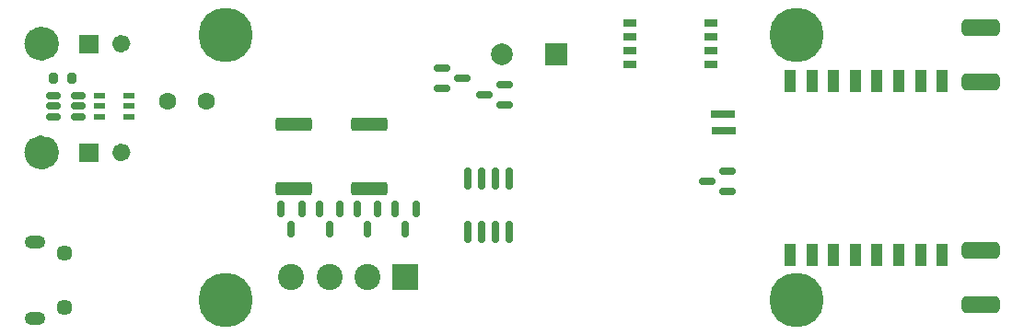
<source format=gbr>
%TF.GenerationSoftware,KiCad,Pcbnew,7.0.8-7.0.8~ubuntu22.04.1*%
%TF.CreationDate,2023-10-29T15:12:20+11:00*%
%TF.ProjectId,Strelka_Flight_Computer,53747265-6c6b-4615-9f46-6c696768745f,2*%
%TF.SameCoordinates,Original*%
%TF.FileFunction,Soldermask,Bot*%
%TF.FilePolarity,Negative*%
%FSLAX46Y46*%
G04 Gerber Fmt 4.6, Leading zero omitted, Abs format (unit mm)*
G04 Created by KiCad (PCBNEW 7.0.8-7.0.8~ubuntu22.04.1) date 2023-10-29 15:12:20*
%MOMM*%
%LPD*%
G01*
G04 APERTURE LIST*
G04 Aperture macros list*
%AMRoundRect*
0 Rectangle with rounded corners*
0 $1 Rounding radius*
0 $2 $3 $4 $5 $6 $7 $8 $9 X,Y pos of 4 corners*
0 Add a 4 corners polygon primitive as box body*
4,1,4,$2,$3,$4,$5,$6,$7,$8,$9,$2,$3,0*
0 Add four circle primitives for the rounded corners*
1,1,$1+$1,$2,$3*
1,1,$1+$1,$4,$5*
1,1,$1+$1,$6,$7*
1,1,$1+$1,$8,$9*
0 Add four rect primitives between the rounded corners*
20,1,$1+$1,$2,$3,$4,$5,0*
20,1,$1+$1,$4,$5,$6,$7,0*
20,1,$1+$1,$6,$7,$8,$9,0*
20,1,$1+$1,$8,$9,$2,$3,0*%
G04 Aperture macros list end*
%ADD10C,0.836200*%
%ADD11C,1.576200*%
%ADD12C,0.010000*%
%ADD13C,5.000000*%
%ADD14C,3.000000*%
%ADD15R,2.000000X2.000000*%
%ADD16C,2.000000*%
%ADD17C,1.600000*%
%ADD18O,1.900000X1.200000*%
%ADD19C,1.450000*%
%ADD20RoundRect,0.381000X1.369000X0.381000X-1.369000X0.381000X-1.369000X-0.381000X1.369000X-0.381000X0*%
%ADD21R,2.400000X2.400000*%
%ADD22C,2.400000*%
%ADD23RoundRect,0.200000X-0.200000X-0.275000X0.200000X-0.275000X0.200000X0.275000X-0.200000X0.275000X0*%
%ADD24RoundRect,0.250000X-1.425000X0.362500X-1.425000X-0.362500X1.425000X-0.362500X1.425000X0.362500X0*%
%ADD25R,1.000000X2.000000*%
%ADD26R,1.003300X0.558800*%
%ADD27RoundRect,0.150000X-0.587500X-0.150000X0.587500X-0.150000X0.587500X0.150000X-0.587500X0.150000X0*%
%ADD28RoundRect,0.150000X-0.150000X0.587500X-0.150000X-0.587500X0.150000X-0.587500X0.150000X0.587500X0*%
%ADD29RoundRect,0.150000X0.587500X0.150000X-0.587500X0.150000X-0.587500X-0.150000X0.587500X-0.150000X0*%
%ADD30R,2.200000X0.650000*%
%ADD31R,2.300000X0.650000*%
%ADD32R,1.250000X0.650000*%
%ADD33RoundRect,0.150000X-0.150000X0.825000X-0.150000X-0.825000X0.150000X-0.825000X0.150000X0.825000X0*%
%ADD34RoundRect,0.150000X0.512500X0.150000X-0.512500X0.150000X-0.512500X-0.150000X0.512500X-0.150000X0*%
G04 APERTURE END LIST*
D10*
%TO.C,J7*%
X108418100Y-52000000D02*
G75*
G03*
X108418100Y-52000000I-418100J0D01*
G01*
D11*
X101468100Y-52000000D02*
G75*
G03*
X101468100Y-52000000I-788100J0D01*
G01*
D12*
X105836200Y-52836200D02*
X104163800Y-52836200D01*
X104163800Y-51163800D01*
X105836200Y-51163800D01*
X105836200Y-52836200D01*
G36*
X105836200Y-52836200D02*
G01*
X104163800Y-52836200D01*
X104163800Y-51163800D01*
X105836200Y-51163800D01*
X105836200Y-52836200D01*
G37*
D10*
%TO.C,SW1*%
X108418100Y-62000000D02*
G75*
G03*
X108418100Y-62000000I-418100J0D01*
G01*
D11*
X101468100Y-62000000D02*
G75*
G03*
X101468100Y-62000000I-788100J0D01*
G01*
D12*
X105836200Y-62836200D02*
X104163800Y-62836200D01*
X104163800Y-61163800D01*
X105836200Y-61163800D01*
X105836200Y-62836200D01*
G36*
X105836200Y-62836200D02*
G01*
X104163800Y-62836200D01*
X104163800Y-61163800D01*
X105836200Y-61163800D01*
X105836200Y-62836200D01*
G37*
%TD*%
D13*
%TO.C,H1*%
X170059602Y-75565795D03*
%TD*%
D14*
%TO.C,J7*%
X100680000Y-52000000D03*
%TD*%
D13*
%TO.C,H3*%
X117609602Y-75565795D03*
%TD*%
D15*
%TO.C,BZ3*%
X148000000Y-53000000D03*
D16*
X143000000Y-53000000D03*
%TD*%
D17*
%TO.C,C41*%
X112300000Y-57300000D03*
X115800000Y-57300000D03*
%TD*%
D13*
%TO.C,H2*%
X117609602Y-51210595D03*
%TD*%
%TO.C,H4*%
X170059602Y-51210595D03*
%TD*%
D18*
%TO.C,J6*%
X100050000Y-70250000D03*
D19*
X102750000Y-71250000D03*
X102750000Y-76250000D03*
D18*
X100050000Y-77250000D03*
%TD*%
D20*
%TO.C,AE2*%
X187028000Y-55500000D03*
X187028000Y-50500000D03*
%TD*%
D21*
%TO.C,J3*%
X134150000Y-73500000D03*
D22*
X130650000Y-73500000D03*
X127150000Y-73500000D03*
X123650000Y-73500000D03*
%TD*%
D20*
%TO.C,AE1*%
X187028000Y-76000000D03*
X187028000Y-71000000D03*
%TD*%
D14*
%TO.C,SW1*%
X100680000Y-62000000D03*
%TD*%
D23*
%TO.C,R1*%
X101786582Y-55210000D03*
X103436582Y-55210000D03*
%TD*%
D24*
%TO.C,R27*%
X123900000Y-59375000D03*
X123900000Y-65300000D03*
%TD*%
D25*
%TO.C,U4*%
X169500000Y-55395695D03*
X171500000Y-55395695D03*
X173500000Y-55395695D03*
X175500000Y-55395695D03*
X177500000Y-55395695D03*
X179500000Y-55395695D03*
X181500000Y-55395695D03*
X183500000Y-55395695D03*
X183500000Y-71395695D03*
X181500000Y-71395695D03*
X179500000Y-71395695D03*
X177500000Y-71395695D03*
X175500000Y-71395695D03*
X173500000Y-71395695D03*
X171500000Y-71395695D03*
X169500000Y-71395695D03*
%TD*%
D26*
%TO.C,MOSFET1*%
X108684132Y-56809999D03*
X108684132Y-57760000D03*
X108684132Y-58710001D03*
X105979032Y-58710001D03*
X105979032Y-57760000D03*
X105979032Y-56809999D03*
%TD*%
D27*
%TO.C,Q17*%
X137487500Y-56125000D03*
X137487500Y-54225000D03*
X139362500Y-55175000D03*
%TD*%
D28*
%TO.C,Q10*%
X133200000Y-67225000D03*
X135100000Y-67225000D03*
X134150000Y-69100000D03*
%TD*%
D29*
%TO.C,D11*%
X163771582Y-63730000D03*
X163771582Y-65630000D03*
X161896582Y-64680000D03*
%TD*%
D28*
%TO.C,Q5*%
X126200000Y-67225000D03*
X128100000Y-67225000D03*
X127150000Y-69100000D03*
%TD*%
D30*
%TO.C,BT2*%
X163401582Y-60010000D03*
D31*
X163351582Y-58510000D03*
%TD*%
D32*
%TO.C,IC1*%
X154750000Y-53905000D03*
X154750000Y-52635000D03*
X154750000Y-51365000D03*
X154750000Y-50095000D03*
X162250000Y-50095000D03*
X162250000Y-51365000D03*
X162250000Y-52635000D03*
X162250000Y-53905000D03*
%TD*%
D24*
%TO.C,R47*%
X130850000Y-59375000D03*
X130850000Y-65300000D03*
%TD*%
D33*
%TO.C,U5*%
X139845000Y-64400000D03*
X141115000Y-64400000D03*
X142385000Y-64400000D03*
X143655000Y-64400000D03*
X143655000Y-69350000D03*
X142385000Y-69350000D03*
X141115000Y-69350000D03*
X139845000Y-69350000D03*
%TD*%
D28*
%TO.C,Q9*%
X129700000Y-67225000D03*
X131600000Y-67225000D03*
X130650000Y-69100000D03*
%TD*%
D34*
%TO.C,U2*%
X104069082Y-56800000D03*
X104069082Y-57750000D03*
X104069082Y-58700000D03*
X101794082Y-58700000D03*
X101794082Y-57750000D03*
X101794082Y-56800000D03*
%TD*%
D28*
%TO.C,Q4*%
X122700000Y-67225000D03*
X124600000Y-67225000D03*
X123650000Y-69100000D03*
%TD*%
D29*
%TO.C,Q16*%
X143250000Y-55750000D03*
X143250000Y-57650000D03*
X141375000Y-56700000D03*
%TD*%
M02*

</source>
